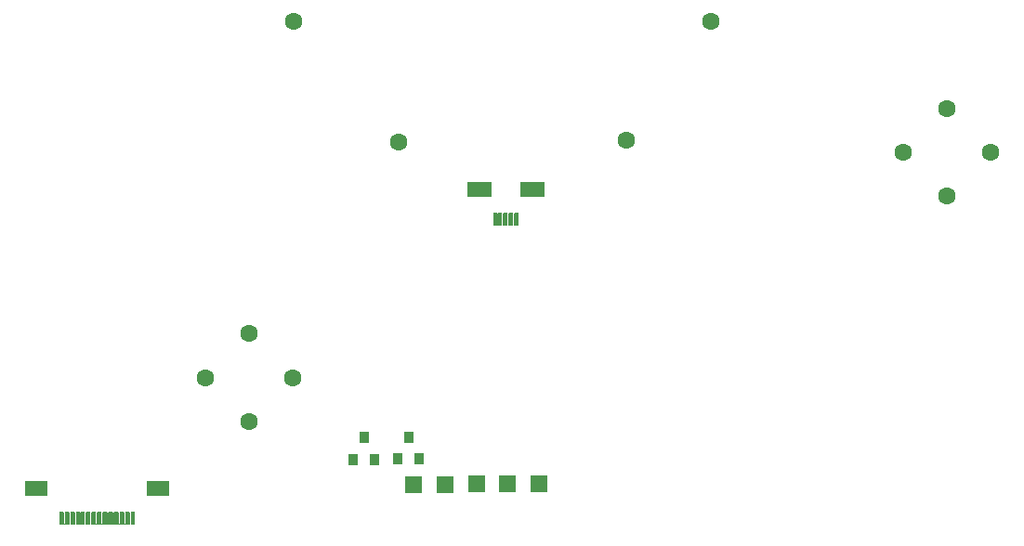
<source format=gbr>
G04 #@! TF.GenerationSoftware,KiCad,Pcbnew,(6.0.7)*
G04 #@! TF.CreationDate,2022-12-20T19:45:57-08:00*
G04 #@! TF.ProjectId,procon_gcc_button_board,70726f63-6f6e-45f6-9763-635f62757474,rev?*
G04 #@! TF.SameCoordinates,Original*
G04 #@! TF.FileFunction,Soldermask,Bot*
G04 #@! TF.FilePolarity,Negative*
%FSLAX46Y46*%
G04 Gerber Fmt 4.6, Leading zero omitted, Abs format (unit mm)*
G04 Created by KiCad (PCBNEW (6.0.7)) date 2022-12-20 19:45:57*
%MOMM*%
%LPD*%
G01*
G04 APERTURE LIST*
G04 Aperture macros list*
%AMRoundRect*
0 Rectangle with rounded corners*
0 $1 Rounding radius*
0 $2 $3 $4 $5 $6 $7 $8 $9 X,Y pos of 4 corners*
0 Add a 4 corners polygon primitive as box body*
4,1,4,$2,$3,$4,$5,$6,$7,$8,$9,$2,$3,0*
0 Add four circle primitives for the rounded corners*
1,1,$1+$1,$2,$3*
1,1,$1+$1,$4,$5*
1,1,$1+$1,$6,$7*
1,1,$1+$1,$8,$9*
0 Add four rect primitives between the rounded corners*
20,1,$1+$1,$2,$3,$4,$5,0*
20,1,$1+$1,$4,$5,$6,$7,0*
20,1,$1+$1,$6,$7,$8,$9,0*
20,1,$1+$1,$8,$9,$2,$3,0*%
G04 Aperture macros list end*
%ADD10C,1.602000*%
%ADD11RoundRect,0.051000X-0.750000X-0.750000X0.750000X-0.750000X0.750000X0.750000X-0.750000X0.750000X0*%
%ADD12RoundRect,0.051000X-1.050000X0.650000X-1.050000X-0.650000X1.050000X-0.650000X1.050000X0.650000X0*%
%ADD13RoundRect,0.051000X-0.150000X0.500000X-0.150000X-0.500000X0.150000X-0.500000X0.150000X0.500000X0*%
%ADD14RoundRect,0.051000X-1.000000X0.650000X-1.000000X-0.650000X1.000000X-0.650000X1.000000X0.650000X0*%
%ADD15RoundRect,0.051000X0.400000X-0.450000X0.400000X0.450000X-0.400000X0.450000X-0.400000X-0.450000X0*%
G04 APERTURE END LIST*
D10*
X162009320Y-44665900D03*
D11*
X123153000Y-74910000D03*
X117428000Y-74985000D03*
X120253000Y-74960000D03*
X125978000Y-74935000D03*
X128803000Y-74910000D03*
D10*
X166009320Y-40665900D03*
X170009320Y-44665900D03*
X98405180Y-65211960D03*
X106405180Y-65211960D03*
X102405180Y-61211960D03*
X166009320Y-48665900D03*
D12*
X128218900Y-48100000D03*
X123418900Y-48100000D03*
D13*
X124818900Y-50800000D03*
X125318900Y-50800000D03*
X125818900Y-50800000D03*
X126318900Y-50800000D03*
X126818900Y-50800000D03*
D14*
X83000000Y-75350000D03*
X94100000Y-75350000D03*
D13*
X85300000Y-78050000D03*
X85800000Y-78050000D03*
X86300000Y-78050000D03*
X86800000Y-78050000D03*
X87300000Y-78050000D03*
X87800000Y-78050000D03*
X88300000Y-78050000D03*
X88800000Y-78050000D03*
X89300000Y-78050000D03*
X89800000Y-78050000D03*
X90300000Y-78050000D03*
X90800000Y-78050000D03*
X91300000Y-78050000D03*
X91800000Y-78050000D03*
D10*
X144526000Y-32766000D03*
X102405180Y-69211960D03*
X136824000Y-43584000D03*
X116084000Y-43734000D03*
D15*
X117894000Y-72654000D03*
X115994000Y-72654000D03*
X116944000Y-70654000D03*
X113834000Y-72704000D03*
X111934000Y-72704000D03*
X112884000Y-70704000D03*
D10*
X106504000Y-32734000D03*
G36*
X86114633Y-77513517D02*
G01*
X86115197Y-77515436D01*
X86114916Y-77516075D01*
X86104767Y-77531263D01*
X86101000Y-77550199D01*
X86101000Y-78549801D01*
X86104767Y-78568738D01*
X86114814Y-78583773D01*
X86114945Y-78585768D01*
X86113282Y-78586880D01*
X86112553Y-78586793D01*
X86052212Y-78567898D01*
X85987310Y-78586955D01*
X85985367Y-78586483D01*
X85984803Y-78584564D01*
X85985084Y-78583925D01*
X85995233Y-78568737D01*
X85999000Y-78549801D01*
X85999000Y-77550199D01*
X85995233Y-77531262D01*
X85985186Y-77516227D01*
X85985055Y-77514232D01*
X85986718Y-77513120D01*
X85987447Y-77513207D01*
X86047788Y-77532102D01*
X86112690Y-77513045D01*
X86114633Y-77513517D01*
G37*
G36*
X86614633Y-77513517D02*
G01*
X86615197Y-77515436D01*
X86614916Y-77516075D01*
X86604767Y-77531263D01*
X86601000Y-77550199D01*
X86601000Y-78549801D01*
X86604767Y-78568738D01*
X86614814Y-78583773D01*
X86614945Y-78585768D01*
X86613282Y-78586880D01*
X86612553Y-78586793D01*
X86552212Y-78567898D01*
X86487310Y-78586955D01*
X86485367Y-78586483D01*
X86484803Y-78584564D01*
X86485084Y-78583925D01*
X86495233Y-78568737D01*
X86499000Y-78549801D01*
X86499000Y-77550199D01*
X86495233Y-77531262D01*
X86485186Y-77516227D01*
X86485055Y-77514232D01*
X86486718Y-77513120D01*
X86487447Y-77513207D01*
X86547788Y-77532102D01*
X86612690Y-77513045D01*
X86614633Y-77513517D01*
G37*
G36*
X89114633Y-77513517D02*
G01*
X89115197Y-77515436D01*
X89114916Y-77516075D01*
X89104767Y-77531263D01*
X89101000Y-77550199D01*
X89101000Y-78549801D01*
X89104767Y-78568738D01*
X89114814Y-78583773D01*
X89114945Y-78585768D01*
X89113282Y-78586880D01*
X89112553Y-78586793D01*
X89052212Y-78567898D01*
X88987310Y-78586955D01*
X88985367Y-78586483D01*
X88984803Y-78584564D01*
X88985084Y-78583925D01*
X88995233Y-78568737D01*
X88999000Y-78549801D01*
X88999000Y-77550199D01*
X88995233Y-77531262D01*
X88985186Y-77516227D01*
X88985055Y-77514232D01*
X88986718Y-77513120D01*
X88987447Y-77513207D01*
X89047788Y-77532102D01*
X89112690Y-77513045D01*
X89114633Y-77513517D01*
G37*
G36*
X89614633Y-77513517D02*
G01*
X89615197Y-77515436D01*
X89614916Y-77516075D01*
X89604767Y-77531263D01*
X89601000Y-77550199D01*
X89601000Y-78549801D01*
X89604767Y-78568738D01*
X89614814Y-78583773D01*
X89614945Y-78585768D01*
X89613282Y-78586880D01*
X89612553Y-78586793D01*
X89552212Y-78567898D01*
X89487310Y-78586955D01*
X89485367Y-78586483D01*
X89484803Y-78584564D01*
X89485084Y-78583925D01*
X89495233Y-78568737D01*
X89499000Y-78549801D01*
X89499000Y-77550199D01*
X89495233Y-77531262D01*
X89485186Y-77516227D01*
X89485055Y-77514232D01*
X89486718Y-77513120D01*
X89487447Y-77513207D01*
X89547788Y-77532102D01*
X89612690Y-77513045D01*
X89614633Y-77513517D01*
G37*
G36*
X85614633Y-77513517D02*
G01*
X85615197Y-77515436D01*
X85614916Y-77516075D01*
X85604767Y-77531263D01*
X85601000Y-77550199D01*
X85601000Y-78549801D01*
X85604767Y-78568738D01*
X85614814Y-78583773D01*
X85614945Y-78585768D01*
X85613282Y-78586880D01*
X85612553Y-78586793D01*
X85552212Y-78567898D01*
X85487310Y-78586955D01*
X85485367Y-78586483D01*
X85484803Y-78584564D01*
X85485084Y-78583925D01*
X85495233Y-78568737D01*
X85499000Y-78549801D01*
X85499000Y-77550199D01*
X85495233Y-77531262D01*
X85485186Y-77516227D01*
X85485055Y-77514232D01*
X85486718Y-77513120D01*
X85487447Y-77513207D01*
X85547788Y-77532102D01*
X85612690Y-77513045D01*
X85614633Y-77513517D01*
G37*
G36*
X88114633Y-77513517D02*
G01*
X88115197Y-77515436D01*
X88114916Y-77516075D01*
X88104767Y-77531263D01*
X88101000Y-77550199D01*
X88101000Y-78549801D01*
X88104767Y-78568738D01*
X88114814Y-78583773D01*
X88114945Y-78585768D01*
X88113282Y-78586880D01*
X88112553Y-78586793D01*
X88052212Y-78567898D01*
X87987310Y-78586955D01*
X87985367Y-78586483D01*
X87984803Y-78584564D01*
X87985084Y-78583925D01*
X87995233Y-78568737D01*
X87999000Y-78549801D01*
X87999000Y-77550199D01*
X87995233Y-77531262D01*
X87985186Y-77516227D01*
X87985055Y-77514232D01*
X87986718Y-77513120D01*
X87987447Y-77513207D01*
X88047788Y-77532102D01*
X88112690Y-77513045D01*
X88114633Y-77513517D01*
G37*
G36*
X87114633Y-77513517D02*
G01*
X87115197Y-77515436D01*
X87114916Y-77516075D01*
X87104767Y-77531263D01*
X87101000Y-77550199D01*
X87101000Y-78549801D01*
X87104767Y-78568738D01*
X87114814Y-78583773D01*
X87114945Y-78585768D01*
X87113282Y-78586880D01*
X87112553Y-78586793D01*
X87052212Y-78567898D01*
X86987310Y-78586955D01*
X86985367Y-78586483D01*
X86984803Y-78584564D01*
X86985084Y-78583925D01*
X86995233Y-78568737D01*
X86999000Y-78549801D01*
X86999000Y-77550199D01*
X86995233Y-77531262D01*
X86985186Y-77516227D01*
X86985055Y-77514232D01*
X86986718Y-77513120D01*
X86987447Y-77513207D01*
X87047788Y-77532102D01*
X87112690Y-77513045D01*
X87114633Y-77513517D01*
G37*
G36*
X87614633Y-77513517D02*
G01*
X87615197Y-77515436D01*
X87614916Y-77516075D01*
X87604767Y-77531263D01*
X87601000Y-77550199D01*
X87601000Y-78549801D01*
X87604767Y-78568738D01*
X87614814Y-78583773D01*
X87614945Y-78585768D01*
X87613282Y-78586880D01*
X87612553Y-78586793D01*
X87552212Y-78567898D01*
X87487310Y-78586955D01*
X87485367Y-78586483D01*
X87484803Y-78584564D01*
X87485084Y-78583925D01*
X87495233Y-78568737D01*
X87499000Y-78549801D01*
X87499000Y-77550199D01*
X87495233Y-77531262D01*
X87485186Y-77516227D01*
X87485055Y-77514232D01*
X87486718Y-77513120D01*
X87487447Y-77513207D01*
X87547788Y-77532102D01*
X87612690Y-77513045D01*
X87614633Y-77513517D01*
G37*
G36*
X91114633Y-77513517D02*
G01*
X91115197Y-77515436D01*
X91114916Y-77516075D01*
X91104767Y-77531263D01*
X91101000Y-77550199D01*
X91101000Y-78549801D01*
X91104767Y-78568738D01*
X91114814Y-78583773D01*
X91114945Y-78585768D01*
X91113282Y-78586880D01*
X91112553Y-78586793D01*
X91052212Y-78567898D01*
X90987310Y-78586955D01*
X90985367Y-78586483D01*
X90984803Y-78584564D01*
X90985084Y-78583925D01*
X90995233Y-78568737D01*
X90999000Y-78549801D01*
X90999000Y-77550199D01*
X90995233Y-77531262D01*
X90985186Y-77516227D01*
X90985055Y-77514232D01*
X90986718Y-77513120D01*
X90987447Y-77513207D01*
X91047788Y-77532102D01*
X91112690Y-77513045D01*
X91114633Y-77513517D01*
G37*
G36*
X90614633Y-77513517D02*
G01*
X90615197Y-77515436D01*
X90614916Y-77516075D01*
X90604767Y-77531263D01*
X90601000Y-77550199D01*
X90601000Y-78549801D01*
X90604767Y-78568738D01*
X90614814Y-78583773D01*
X90614945Y-78585768D01*
X90613282Y-78586880D01*
X90612553Y-78586793D01*
X90552212Y-78567898D01*
X90487310Y-78586955D01*
X90485367Y-78586483D01*
X90484803Y-78584564D01*
X90485084Y-78583925D01*
X90495233Y-78568737D01*
X90499000Y-78549801D01*
X90499000Y-77550199D01*
X90495233Y-77531262D01*
X90485186Y-77516227D01*
X90485055Y-77514232D01*
X90486718Y-77513120D01*
X90487447Y-77513207D01*
X90547788Y-77532102D01*
X90612690Y-77513045D01*
X90614633Y-77513517D01*
G37*
G36*
X88614633Y-77513517D02*
G01*
X88615197Y-77515436D01*
X88614916Y-77516075D01*
X88604767Y-77531263D01*
X88601000Y-77550199D01*
X88601000Y-78549801D01*
X88604767Y-78568738D01*
X88614814Y-78583773D01*
X88614945Y-78585768D01*
X88613282Y-78586880D01*
X88612553Y-78586793D01*
X88552212Y-78567898D01*
X88487310Y-78586955D01*
X88485367Y-78586483D01*
X88484803Y-78584564D01*
X88485084Y-78583925D01*
X88495233Y-78568737D01*
X88499000Y-78549801D01*
X88499000Y-77550199D01*
X88495233Y-77531262D01*
X88485186Y-77516227D01*
X88485055Y-77514232D01*
X88486718Y-77513120D01*
X88487447Y-77513207D01*
X88547788Y-77532102D01*
X88612690Y-77513045D01*
X88614633Y-77513517D01*
G37*
G36*
X91614633Y-77513517D02*
G01*
X91615197Y-77515436D01*
X91614916Y-77516075D01*
X91604767Y-77531263D01*
X91601000Y-77550199D01*
X91601000Y-78549801D01*
X91604767Y-78568738D01*
X91614814Y-78583773D01*
X91614945Y-78585768D01*
X91613282Y-78586880D01*
X91612553Y-78586793D01*
X91552212Y-78567898D01*
X91487310Y-78586955D01*
X91485367Y-78586483D01*
X91484803Y-78584564D01*
X91485084Y-78583925D01*
X91495233Y-78568737D01*
X91499000Y-78549801D01*
X91499000Y-77550199D01*
X91495233Y-77531262D01*
X91485186Y-77516227D01*
X91485055Y-77514232D01*
X91486718Y-77513120D01*
X91487447Y-77513207D01*
X91547788Y-77532102D01*
X91612690Y-77513045D01*
X91614633Y-77513517D01*
G37*
G36*
X90114633Y-77513517D02*
G01*
X90115197Y-77515436D01*
X90114916Y-77516075D01*
X90104767Y-77531263D01*
X90101000Y-77550199D01*
X90101000Y-78549801D01*
X90104767Y-78568738D01*
X90114814Y-78583773D01*
X90114945Y-78585768D01*
X90113282Y-78586880D01*
X90112553Y-78586793D01*
X90052212Y-78567898D01*
X89987310Y-78586955D01*
X89985367Y-78586483D01*
X89984803Y-78584564D01*
X89985084Y-78583925D01*
X89995233Y-78568737D01*
X89999000Y-78549801D01*
X89999000Y-77550199D01*
X89995233Y-77531262D01*
X89985186Y-77516227D01*
X89985055Y-77514232D01*
X89986718Y-77513120D01*
X89987447Y-77513207D01*
X90047788Y-77532102D01*
X90112690Y-77513045D01*
X90114633Y-77513517D01*
G37*
G36*
X126633533Y-50263517D02*
G01*
X126634097Y-50265436D01*
X126633816Y-50266075D01*
X126623667Y-50281263D01*
X126619900Y-50300199D01*
X126619900Y-51299801D01*
X126623667Y-51318738D01*
X126633714Y-51333773D01*
X126633845Y-51335768D01*
X126632182Y-51336880D01*
X126631453Y-51336793D01*
X126571112Y-51317898D01*
X126506210Y-51336955D01*
X126504267Y-51336483D01*
X126503703Y-51334564D01*
X126503984Y-51333925D01*
X126514133Y-51318737D01*
X126517900Y-51299801D01*
X126517900Y-50300199D01*
X126514133Y-50281262D01*
X126504086Y-50266227D01*
X126503955Y-50264232D01*
X126505618Y-50263120D01*
X126506347Y-50263207D01*
X126566688Y-50282102D01*
X126631590Y-50263045D01*
X126633533Y-50263517D01*
G37*
G36*
X125633533Y-50263517D02*
G01*
X125634097Y-50265436D01*
X125633816Y-50266075D01*
X125623667Y-50281263D01*
X125619900Y-50300199D01*
X125619900Y-51299801D01*
X125623667Y-51318738D01*
X125633714Y-51333773D01*
X125633845Y-51335768D01*
X125632182Y-51336880D01*
X125631453Y-51336793D01*
X125571112Y-51317898D01*
X125506210Y-51336955D01*
X125504267Y-51336483D01*
X125503703Y-51334564D01*
X125503984Y-51333925D01*
X125514133Y-51318737D01*
X125517900Y-51299801D01*
X125517900Y-50300199D01*
X125514133Y-50281262D01*
X125504086Y-50266227D01*
X125503955Y-50264232D01*
X125505618Y-50263120D01*
X125506347Y-50263207D01*
X125566688Y-50282102D01*
X125631590Y-50263045D01*
X125633533Y-50263517D01*
G37*
G36*
X125133533Y-50263517D02*
G01*
X125134097Y-50265436D01*
X125133816Y-50266075D01*
X125123667Y-50281263D01*
X125119900Y-50300199D01*
X125119900Y-51299801D01*
X125123667Y-51318738D01*
X125133714Y-51333773D01*
X125133845Y-51335768D01*
X125132182Y-51336880D01*
X125131453Y-51336793D01*
X125071112Y-51317898D01*
X125006210Y-51336955D01*
X125004267Y-51336483D01*
X125003703Y-51334564D01*
X125003984Y-51333925D01*
X125014133Y-51318737D01*
X125017900Y-51299801D01*
X125017900Y-50300199D01*
X125014133Y-50281262D01*
X125004086Y-50266227D01*
X125003955Y-50264232D01*
X125005618Y-50263120D01*
X125006347Y-50263207D01*
X125066688Y-50282102D01*
X125131590Y-50263045D01*
X125133533Y-50263517D01*
G37*
G36*
X126133533Y-50263517D02*
G01*
X126134097Y-50265436D01*
X126133816Y-50266075D01*
X126123667Y-50281263D01*
X126119900Y-50300199D01*
X126119900Y-51299801D01*
X126123667Y-51318738D01*
X126133714Y-51333773D01*
X126133845Y-51335768D01*
X126132182Y-51336880D01*
X126131453Y-51336793D01*
X126071112Y-51317898D01*
X126006210Y-51336955D01*
X126004267Y-51336483D01*
X126003703Y-51334564D01*
X126003984Y-51333925D01*
X126014133Y-51318737D01*
X126017900Y-51299801D01*
X126017900Y-50300199D01*
X126014133Y-50281262D01*
X126004086Y-50266227D01*
X126003955Y-50264232D01*
X126005618Y-50263120D01*
X126006347Y-50263207D01*
X126066688Y-50282102D01*
X126131590Y-50263045D01*
X126133533Y-50263517D01*
G37*
M02*

</source>
